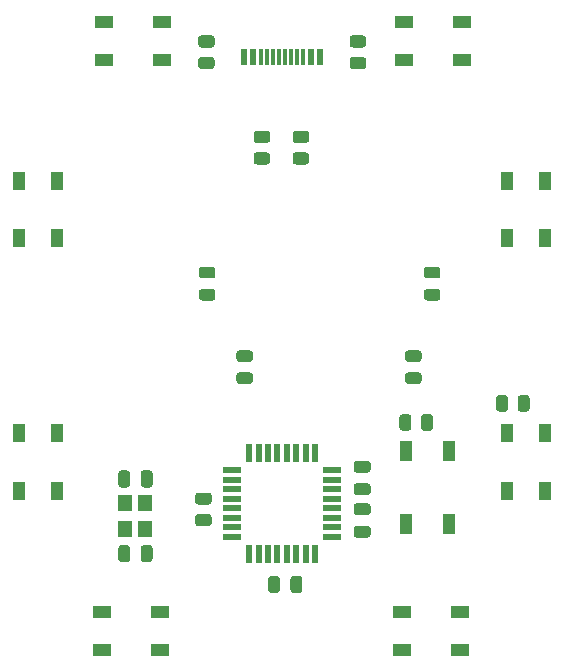
<source format=gbp>
G04 #@! TF.GenerationSoftware,KiCad,Pcbnew,(5.1.10)-1*
G04 #@! TF.CreationDate,2021-06-04T02:13:06+02:00*
G04 #@! TF.ProjectId,Keyboard,4b657962-6f61-4726-942e-6b696361645f,rev?*
G04 #@! TF.SameCoordinates,Original*
G04 #@! TF.FileFunction,Paste,Bot*
G04 #@! TF.FilePolarity,Positive*
%FSLAX46Y46*%
G04 Gerber Fmt 4.6, Leading zero omitted, Abs format (unit mm)*
G04 Created by KiCad (PCBNEW (5.1.10)-1) date 2021-06-04 02:13:06*
%MOMM*%
%LPD*%
G01*
G04 APERTURE LIST*
%ADD10R,0.550000X1.600000*%
%ADD11R,1.600000X0.550000*%
%ADD12R,1.200000X1.400000*%
%ADD13R,0.600000X1.450000*%
%ADD14R,0.300000X1.450000*%
%ADD15R,1.100000X1.800000*%
%ADD16R,1.000000X1.500000*%
%ADD17R,1.500000X1.000000*%
G04 APERTURE END LIST*
D10*
X93287500Y-86292000D03*
X92487500Y-86292000D03*
X91687500Y-86292000D03*
X90887500Y-86292000D03*
X90087500Y-86292000D03*
X89287500Y-86292000D03*
X88487500Y-86292000D03*
X87687500Y-86292000D03*
D11*
X86237500Y-84842000D03*
X86237500Y-84042000D03*
X86237500Y-83242000D03*
X86237500Y-82442000D03*
X86237500Y-81642000D03*
X86237500Y-80842000D03*
X86237500Y-80042000D03*
X86237500Y-79242000D03*
D10*
X87687500Y-77792000D03*
X88487500Y-77792000D03*
X89287500Y-77792000D03*
X90087500Y-77792000D03*
X90887500Y-77792000D03*
X91687500Y-77792000D03*
X92487500Y-77792000D03*
X93287500Y-77792000D03*
D11*
X94737500Y-79242000D03*
X94737500Y-80042000D03*
X94737500Y-80842000D03*
X94737500Y-81642000D03*
X94737500Y-82442000D03*
X94737500Y-83242000D03*
X94737500Y-84042000D03*
X94737500Y-84842000D03*
D12*
X78916000Y-84232750D03*
X78916000Y-82032750D03*
X77216000Y-82032750D03*
X77216000Y-84232750D03*
D13*
X93712500Y-44207500D03*
X87262500Y-44207500D03*
X92937500Y-44207500D03*
X88037500Y-44207500D03*
D14*
X88737500Y-44207500D03*
X92237500Y-44207500D03*
X89237500Y-44207500D03*
X91737500Y-44207500D03*
X89737500Y-44207500D03*
X91237500Y-44207500D03*
X90737500Y-44207500D03*
X90237500Y-44207500D03*
G36*
G01*
X97731600Y-83029600D02*
X96781600Y-83029600D01*
G75*
G02*
X96531600Y-82779600I0J250000D01*
G01*
X96531600Y-82279600D01*
G75*
G02*
X96781600Y-82029600I250000J0D01*
G01*
X97731600Y-82029600D01*
G75*
G02*
X97981600Y-82279600I0J-250000D01*
G01*
X97981600Y-82779600D01*
G75*
G02*
X97731600Y-83029600I-250000J0D01*
G01*
G37*
G36*
G01*
X97731600Y-84929600D02*
X96781600Y-84929600D01*
G75*
G02*
X96531600Y-84679600I0J250000D01*
G01*
X96531600Y-84179600D01*
G75*
G02*
X96781600Y-83929600I250000J0D01*
G01*
X97731600Y-83929600D01*
G75*
G02*
X97981600Y-84179600I0J-250000D01*
G01*
X97981600Y-84679600D01*
G75*
G02*
X97731600Y-84929600I-250000J0D01*
G01*
G37*
D15*
X100948000Y-83820000D03*
X104648000Y-77620000D03*
X104648000Y-83820000D03*
X100948000Y-77620000D03*
G36*
G01*
X102056250Y-70050000D02*
X101143750Y-70050000D01*
G75*
G02*
X100900000Y-69806250I0J243750D01*
G01*
X100900000Y-69318750D01*
G75*
G02*
X101143750Y-69075000I243750J0D01*
G01*
X102056250Y-69075000D01*
G75*
G02*
X102300000Y-69318750I0J-243750D01*
G01*
X102300000Y-69806250D01*
G75*
G02*
X102056250Y-70050000I-243750J0D01*
G01*
G37*
G36*
G01*
X102056250Y-71925000D02*
X101143750Y-71925000D01*
G75*
G02*
X100900000Y-71681250I0J243750D01*
G01*
X100900000Y-71193750D01*
G75*
G02*
X101143750Y-70950000I243750J0D01*
G01*
X102056250Y-70950000D01*
G75*
G02*
X102300000Y-71193750I0J-243750D01*
G01*
X102300000Y-71681250D01*
G75*
G02*
X102056250Y-71925000I-243750J0D01*
G01*
G37*
G36*
G01*
X103643750Y-62987500D02*
X102731250Y-62987500D01*
G75*
G02*
X102487500Y-62743750I0J243750D01*
G01*
X102487500Y-62256250D01*
G75*
G02*
X102731250Y-62012500I243750J0D01*
G01*
X103643750Y-62012500D01*
G75*
G02*
X103887500Y-62256250I0J-243750D01*
G01*
X103887500Y-62743750D01*
G75*
G02*
X103643750Y-62987500I-243750J0D01*
G01*
G37*
G36*
G01*
X103643750Y-64862500D02*
X102731250Y-64862500D01*
G75*
G02*
X102487500Y-64618750I0J243750D01*
G01*
X102487500Y-64131250D01*
G75*
G02*
X102731250Y-63887500I243750J0D01*
G01*
X103643750Y-63887500D01*
G75*
G02*
X103887500Y-64131250I0J-243750D01*
G01*
X103887500Y-64618750D01*
G75*
G02*
X103643750Y-64862500I-243750J0D01*
G01*
G37*
G36*
G01*
X87768750Y-70050000D02*
X86856250Y-70050000D01*
G75*
G02*
X86612500Y-69806250I0J243750D01*
G01*
X86612500Y-69318750D01*
G75*
G02*
X86856250Y-69075000I243750J0D01*
G01*
X87768750Y-69075000D01*
G75*
G02*
X88012500Y-69318750I0J-243750D01*
G01*
X88012500Y-69806250D01*
G75*
G02*
X87768750Y-70050000I-243750J0D01*
G01*
G37*
G36*
G01*
X87768750Y-71925000D02*
X86856250Y-71925000D01*
G75*
G02*
X86612500Y-71681250I0J243750D01*
G01*
X86612500Y-71193750D01*
G75*
G02*
X86856250Y-70950000I243750J0D01*
G01*
X87768750Y-70950000D01*
G75*
G02*
X88012500Y-71193750I0J-243750D01*
G01*
X88012500Y-71681250D01*
G75*
G02*
X87768750Y-71925000I-243750J0D01*
G01*
G37*
G36*
G01*
X84593750Y-62987500D02*
X83681250Y-62987500D01*
G75*
G02*
X83437500Y-62743750I0J243750D01*
G01*
X83437500Y-62256250D01*
G75*
G02*
X83681250Y-62012500I243750J0D01*
G01*
X84593750Y-62012500D01*
G75*
G02*
X84837500Y-62256250I0J-243750D01*
G01*
X84837500Y-62743750D01*
G75*
G02*
X84593750Y-62987500I-243750J0D01*
G01*
G37*
G36*
G01*
X84593750Y-64862500D02*
X83681250Y-64862500D01*
G75*
G02*
X83437500Y-64618750I0J243750D01*
G01*
X83437500Y-64131250D01*
G75*
G02*
X83681250Y-63887500I243750J0D01*
G01*
X84593750Y-63887500D01*
G75*
G02*
X84837500Y-64131250I0J-243750D01*
G01*
X84837500Y-64618750D01*
G75*
G02*
X84593750Y-64862500I-243750J0D01*
G01*
G37*
G36*
G01*
X108597000Y-74021101D02*
X108597000Y-73121099D01*
G75*
G02*
X108846999Y-72871100I249999J0D01*
G01*
X109372001Y-72871100D01*
G75*
G02*
X109622000Y-73121099I0J-249999D01*
G01*
X109622000Y-74021101D01*
G75*
G02*
X109372001Y-74271100I-249999J0D01*
G01*
X108846999Y-74271100D01*
G75*
G02*
X108597000Y-74021101I0J249999D01*
G01*
G37*
G36*
G01*
X110422000Y-74021101D02*
X110422000Y-73121099D01*
G75*
G02*
X110671999Y-72871100I249999J0D01*
G01*
X111197001Y-72871100D01*
G75*
G02*
X111447000Y-73121099I0J-249999D01*
G01*
X111447000Y-74021101D01*
G75*
G02*
X111197001Y-74271100I-249999J0D01*
G01*
X110671999Y-74271100D01*
G75*
G02*
X110422000Y-74021101I0J249999D01*
G01*
G37*
D16*
X112725000Y-59600000D03*
X109525000Y-59600000D03*
X112725000Y-54700000D03*
X109525000Y-54700000D03*
D17*
X105706250Y-41275000D03*
X105706250Y-44475000D03*
X100806250Y-41275000D03*
X100806250Y-44475000D03*
X80306250Y-41275000D03*
X80306250Y-44475000D03*
X75406250Y-41275000D03*
X75406250Y-44475000D03*
D16*
X68250000Y-54700000D03*
X71450000Y-54700000D03*
X68250000Y-59600000D03*
X71450000Y-59600000D03*
X68237500Y-76062500D03*
X71437500Y-76062500D03*
X68237500Y-80962500D03*
X71437500Y-80962500D03*
D17*
X75268750Y-94456250D03*
X75268750Y-91256250D03*
X80168750Y-94456250D03*
X80168750Y-91256250D03*
X100668750Y-94456250D03*
X100668750Y-91256250D03*
X105568750Y-94456250D03*
X105568750Y-91256250D03*
D16*
X112712500Y-80962500D03*
X109512500Y-80962500D03*
X112712500Y-76062500D03*
X109512500Y-76062500D03*
G36*
G01*
X92525001Y-51519500D02*
X91624999Y-51519500D01*
G75*
G02*
X91375000Y-51269501I0J249999D01*
G01*
X91375000Y-50744499D01*
G75*
G02*
X91624999Y-50494500I249999J0D01*
G01*
X92525001Y-50494500D01*
G75*
G02*
X92775000Y-50744499I0J-249999D01*
G01*
X92775000Y-51269501D01*
G75*
G02*
X92525001Y-51519500I-249999J0D01*
G01*
G37*
G36*
G01*
X92525001Y-53344500D02*
X91624999Y-53344500D01*
G75*
G02*
X91375000Y-53094501I0J249999D01*
G01*
X91375000Y-52569499D01*
G75*
G02*
X91624999Y-52319500I249999J0D01*
G01*
X92525001Y-52319500D01*
G75*
G02*
X92775000Y-52569499I0J-249999D01*
G01*
X92775000Y-53094501D01*
G75*
G02*
X92525001Y-53344500I-249999J0D01*
G01*
G37*
G36*
G01*
X89223001Y-51519500D02*
X88322999Y-51519500D01*
G75*
G02*
X88073000Y-51269501I0J249999D01*
G01*
X88073000Y-50744499D01*
G75*
G02*
X88322999Y-50494500I249999J0D01*
G01*
X89223001Y-50494500D01*
G75*
G02*
X89473000Y-50744499I0J-249999D01*
G01*
X89473000Y-51269501D01*
G75*
G02*
X89223001Y-51519500I-249999J0D01*
G01*
G37*
G36*
G01*
X89223001Y-53344500D02*
X88322999Y-53344500D01*
G75*
G02*
X88073000Y-53094501I0J249999D01*
G01*
X88073000Y-52569499D01*
G75*
G02*
X88322999Y-52319500I249999J0D01*
G01*
X89223001Y-52319500D01*
G75*
G02*
X89473000Y-52569499I0J-249999D01*
G01*
X89473000Y-53094501D01*
G75*
G02*
X89223001Y-53344500I-249999J0D01*
G01*
G37*
G36*
G01*
X83369999Y-82939200D02*
X84270001Y-82939200D01*
G75*
G02*
X84520000Y-83189199I0J-249999D01*
G01*
X84520000Y-83714201D01*
G75*
G02*
X84270001Y-83964200I-249999J0D01*
G01*
X83369999Y-83964200D01*
G75*
G02*
X83120000Y-83714201I0J249999D01*
G01*
X83120000Y-83189199D01*
G75*
G02*
X83369999Y-82939200I249999J0D01*
G01*
G37*
G36*
G01*
X83369999Y-81114200D02*
X84270001Y-81114200D01*
G75*
G02*
X84520000Y-81364199I0J-249999D01*
G01*
X84520000Y-81889201D01*
G75*
G02*
X84270001Y-82139200I-249999J0D01*
G01*
X83369999Y-82139200D01*
G75*
G02*
X83120000Y-81889201I0J249999D01*
G01*
X83120000Y-81364199D01*
G75*
G02*
X83369999Y-81114200I249999J0D01*
G01*
G37*
G36*
G01*
X84524001Y-43438500D02*
X83623999Y-43438500D01*
G75*
G02*
X83374000Y-43188501I0J249999D01*
G01*
X83374000Y-42663499D01*
G75*
G02*
X83623999Y-42413500I249999J0D01*
G01*
X84524001Y-42413500D01*
G75*
G02*
X84774000Y-42663499I0J-249999D01*
G01*
X84774000Y-43188501D01*
G75*
G02*
X84524001Y-43438500I-249999J0D01*
G01*
G37*
G36*
G01*
X84524001Y-45263500D02*
X83623999Y-45263500D01*
G75*
G02*
X83374000Y-45013501I0J249999D01*
G01*
X83374000Y-44488499D01*
G75*
G02*
X83623999Y-44238500I249999J0D01*
G01*
X84524001Y-44238500D01*
G75*
G02*
X84774000Y-44488499I0J-249999D01*
G01*
X84774000Y-45013501D01*
G75*
G02*
X84524001Y-45263500I-249999J0D01*
G01*
G37*
G36*
G01*
X97351001Y-43438500D02*
X96450999Y-43438500D01*
G75*
G02*
X96201000Y-43188501I0J249999D01*
G01*
X96201000Y-42663499D01*
G75*
G02*
X96450999Y-42413500I249999J0D01*
G01*
X97351001Y-42413500D01*
G75*
G02*
X97601000Y-42663499I0J-249999D01*
G01*
X97601000Y-43188501D01*
G75*
G02*
X97351001Y-43438500I-249999J0D01*
G01*
G37*
G36*
G01*
X97351001Y-45263500D02*
X96450999Y-45263500D01*
G75*
G02*
X96201000Y-45013501I0J249999D01*
G01*
X96201000Y-44488499D01*
G75*
G02*
X96450999Y-44238500I249999J0D01*
G01*
X97351001Y-44238500D01*
G75*
G02*
X97601000Y-44488499I0J-249999D01*
G01*
X97601000Y-45013501D01*
G75*
G02*
X97351001Y-45263500I-249999J0D01*
G01*
G37*
G36*
G01*
X102230500Y-75634001D02*
X102230500Y-74733999D01*
G75*
G02*
X102480499Y-74484000I249999J0D01*
G01*
X103005501Y-74484000D01*
G75*
G02*
X103255500Y-74733999I0J-249999D01*
G01*
X103255500Y-75634001D01*
G75*
G02*
X103005501Y-75884000I-249999J0D01*
G01*
X102480499Y-75884000D01*
G75*
G02*
X102230500Y-75634001I0J249999D01*
G01*
G37*
G36*
G01*
X100405500Y-75634001D02*
X100405500Y-74733999D01*
G75*
G02*
X100655499Y-74484000I249999J0D01*
G01*
X101180501Y-74484000D01*
G75*
G02*
X101430500Y-74733999I0J-249999D01*
G01*
X101430500Y-75634001D01*
G75*
G02*
X101180501Y-75884000I-249999J0D01*
G01*
X100655499Y-75884000D01*
G75*
G02*
X100405500Y-75634001I0J249999D01*
G01*
G37*
G36*
G01*
X91194000Y-89375000D02*
X91194000Y-88425000D01*
G75*
G02*
X91444000Y-88175000I250000J0D01*
G01*
X91944000Y-88175000D01*
G75*
G02*
X92194000Y-88425000I0J-250000D01*
G01*
X92194000Y-89375000D01*
G75*
G02*
X91944000Y-89625000I-250000J0D01*
G01*
X91444000Y-89625000D01*
G75*
G02*
X91194000Y-89375000I0J250000D01*
G01*
G37*
G36*
G01*
X89294000Y-89375000D02*
X89294000Y-88425000D01*
G75*
G02*
X89544000Y-88175000I250000J0D01*
G01*
X90044000Y-88175000D01*
G75*
G02*
X90294000Y-88425000I0J-250000D01*
G01*
X90294000Y-89375000D01*
G75*
G02*
X90044000Y-89625000I-250000J0D01*
G01*
X89544000Y-89625000D01*
G75*
G02*
X89294000Y-89375000I0J250000D01*
G01*
G37*
G36*
G01*
X77614400Y-79490550D02*
X77614400Y-80440550D01*
G75*
G02*
X77364400Y-80690550I-250000J0D01*
G01*
X76864400Y-80690550D01*
G75*
G02*
X76614400Y-80440550I0J250000D01*
G01*
X76614400Y-79490550D01*
G75*
G02*
X76864400Y-79240550I250000J0D01*
G01*
X77364400Y-79240550D01*
G75*
G02*
X77614400Y-79490550I0J-250000D01*
G01*
G37*
G36*
G01*
X79514400Y-79490550D02*
X79514400Y-80440550D01*
G75*
G02*
X79264400Y-80690550I-250000J0D01*
G01*
X78764400Y-80690550D01*
G75*
G02*
X78514400Y-80440550I0J250000D01*
G01*
X78514400Y-79490550D01*
G75*
G02*
X78764400Y-79240550I250000J0D01*
G01*
X79264400Y-79240550D01*
G75*
G02*
X79514400Y-79490550I0J-250000D01*
G01*
G37*
G36*
G01*
X78514400Y-86765150D02*
X78514400Y-85815150D01*
G75*
G02*
X78764400Y-85565150I250000J0D01*
G01*
X79264400Y-85565150D01*
G75*
G02*
X79514400Y-85815150I0J-250000D01*
G01*
X79514400Y-86765150D01*
G75*
G02*
X79264400Y-87015150I-250000J0D01*
G01*
X78764400Y-87015150D01*
G75*
G02*
X78514400Y-86765150I0J250000D01*
G01*
G37*
G36*
G01*
X76614400Y-86765150D02*
X76614400Y-85815150D01*
G75*
G02*
X76864400Y-85565150I250000J0D01*
G01*
X77364400Y-85565150D01*
G75*
G02*
X77614400Y-85815150I0J-250000D01*
G01*
X77614400Y-86765150D01*
G75*
G02*
X77364400Y-87015150I-250000J0D01*
G01*
X76864400Y-87015150D01*
G75*
G02*
X76614400Y-86765150I0J250000D01*
G01*
G37*
G36*
G01*
X96781600Y-80335500D02*
X97731600Y-80335500D01*
G75*
G02*
X97981600Y-80585500I0J-250000D01*
G01*
X97981600Y-81085500D01*
G75*
G02*
X97731600Y-81335500I-250000J0D01*
G01*
X96781600Y-81335500D01*
G75*
G02*
X96531600Y-81085500I0J250000D01*
G01*
X96531600Y-80585500D01*
G75*
G02*
X96781600Y-80335500I250000J0D01*
G01*
G37*
G36*
G01*
X96781600Y-78435500D02*
X97731600Y-78435500D01*
G75*
G02*
X97981600Y-78685500I0J-250000D01*
G01*
X97981600Y-79185500D01*
G75*
G02*
X97731600Y-79435500I-250000J0D01*
G01*
X96781600Y-79435500D01*
G75*
G02*
X96531600Y-79185500I0J250000D01*
G01*
X96531600Y-78685500D01*
G75*
G02*
X96781600Y-78435500I250000J0D01*
G01*
G37*
M02*

</source>
